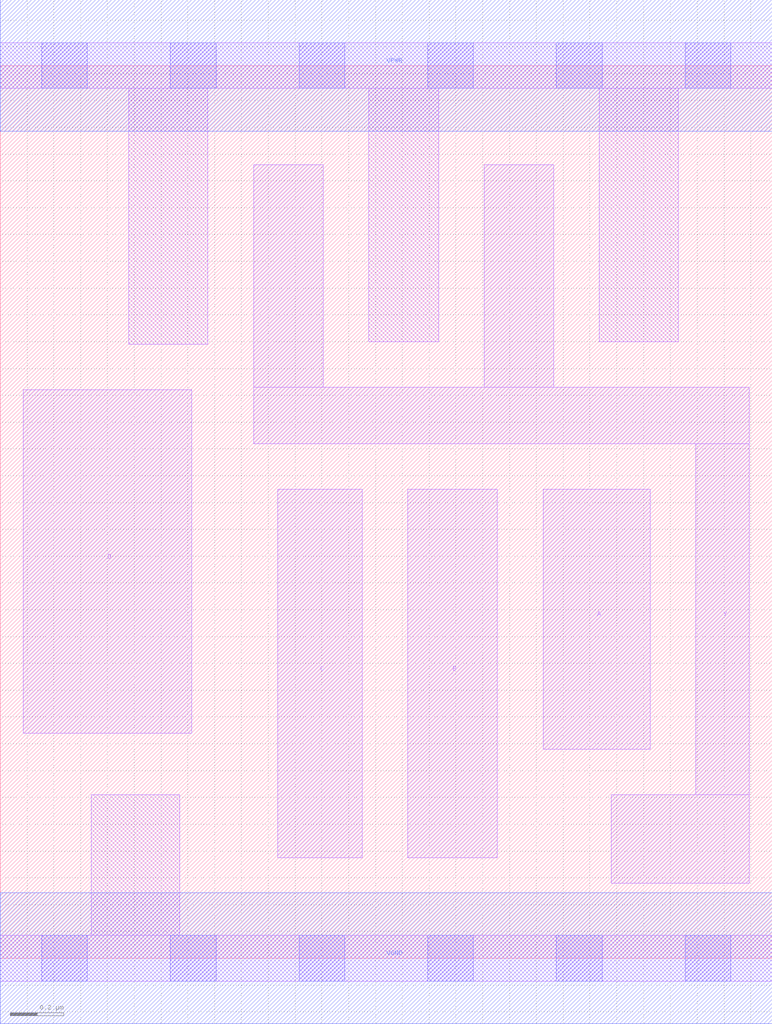
<source format=lef>
# Copyright 2020 The SkyWater PDK Authors
#
# Licensed under the Apache License, Version 2.0 (the "License");
# you may not use this file except in compliance with the License.
# You may obtain a copy of the License at
#
#     https://www.apache.org/licenses/LICENSE-2.0
#
# Unless required by applicable law or agreed to in writing, software
# distributed under the License is distributed on an "AS IS" BASIS,
# WITHOUT WARRANTIES OR CONDITIONS OF ANY KIND, either express or implied.
# See the License for the specific language governing permissions and
# limitations under the License.
#
# SPDX-License-Identifier: Apache-2.0

VERSION 5.7 ;
  NAMESCASESENSITIVE ON ;
  NOWIREEXTENSIONATPIN ON ;
  DIVIDERCHAR "/" ;
  BUSBITCHARS "[]" ;
UNITS
  DATABASE MICRONS 200 ;
END UNITS
MACRO sky130_fd_sc_lp__nand4_0
  CLASS CORE ;
  SOURCE USER ;
  FOREIGN sky130_fd_sc_lp__nand4_0 ;
  ORIGIN  0.000000  0.000000 ;
  SIZE  2.880000 BY  3.330000 ;
  SYMMETRY X Y R90 ;
  SITE unit ;
  PIN A
    ANTENNAGATEAREA  0.159000 ;
    DIRECTION INPUT ;
    USE SIGNAL ;
    PORT
      LAYER li1 ;
        RECT 2.025000 0.780000 2.425000 1.750000 ;
    END
  END A
  PIN B
    ANTENNAGATEAREA  0.159000 ;
    DIRECTION INPUT ;
    USE SIGNAL ;
    PORT
      LAYER li1 ;
        RECT 1.520000 0.375000 1.855000 1.750000 ;
    END
  END B
  PIN C
    ANTENNAGATEAREA  0.159000 ;
    DIRECTION INPUT ;
    USE SIGNAL ;
    PORT
      LAYER li1 ;
        RECT 1.035000 0.375000 1.350000 1.750000 ;
    END
  END C
  PIN D
    ANTENNAGATEAREA  0.159000 ;
    DIRECTION INPUT ;
    USE SIGNAL ;
    PORT
      LAYER li1 ;
        RECT 0.085000 0.840000 0.715000 2.120000 ;
    END
  END D
  PIN Y
    ANTENNADIFFAREA  0.478100 ;
    DIRECTION OUTPUT ;
    USE SIGNAL ;
    PORT
      LAYER li1 ;
        RECT 0.945000 1.920000 2.795000 2.130000 ;
        RECT 0.945000 2.130000 1.205000 2.960000 ;
        RECT 1.805000 2.130000 2.065000 2.960000 ;
        RECT 2.280000 0.280000 2.795000 0.610000 ;
        RECT 2.595000 0.610000 2.795000 1.920000 ;
    END
  END Y
  PIN VGND
    DIRECTION INOUT ;
    USE GROUND ;
    PORT
      LAYER met1 ;
        RECT 0.000000 -0.245000 2.880000 0.245000 ;
    END
  END VGND
  PIN VPWR
    DIRECTION INOUT ;
    USE POWER ;
    PORT
      LAYER met1 ;
        RECT 0.000000 3.085000 2.880000 3.575000 ;
    END
  END VPWR
  OBS
    LAYER li1 ;
      RECT 0.000000 -0.085000 2.880000 0.085000 ;
      RECT 0.000000  3.245000 2.880000 3.415000 ;
      RECT 0.340000  0.085000 0.670000 0.610000 ;
      RECT 0.480000  2.290000 0.775000 3.245000 ;
      RECT 1.375000  2.300000 1.635000 3.245000 ;
      RECT 2.235000  2.300000 2.530000 3.245000 ;
    LAYER mcon ;
      RECT 0.155000 -0.085000 0.325000 0.085000 ;
      RECT 0.155000  3.245000 0.325000 3.415000 ;
      RECT 0.635000 -0.085000 0.805000 0.085000 ;
      RECT 0.635000  3.245000 0.805000 3.415000 ;
      RECT 1.115000 -0.085000 1.285000 0.085000 ;
      RECT 1.115000  3.245000 1.285000 3.415000 ;
      RECT 1.595000 -0.085000 1.765000 0.085000 ;
      RECT 1.595000  3.245000 1.765000 3.415000 ;
      RECT 2.075000 -0.085000 2.245000 0.085000 ;
      RECT 2.075000  3.245000 2.245000 3.415000 ;
      RECT 2.555000 -0.085000 2.725000 0.085000 ;
      RECT 2.555000  3.245000 2.725000 3.415000 ;
  END
END sky130_fd_sc_lp__nand4_0

</source>
